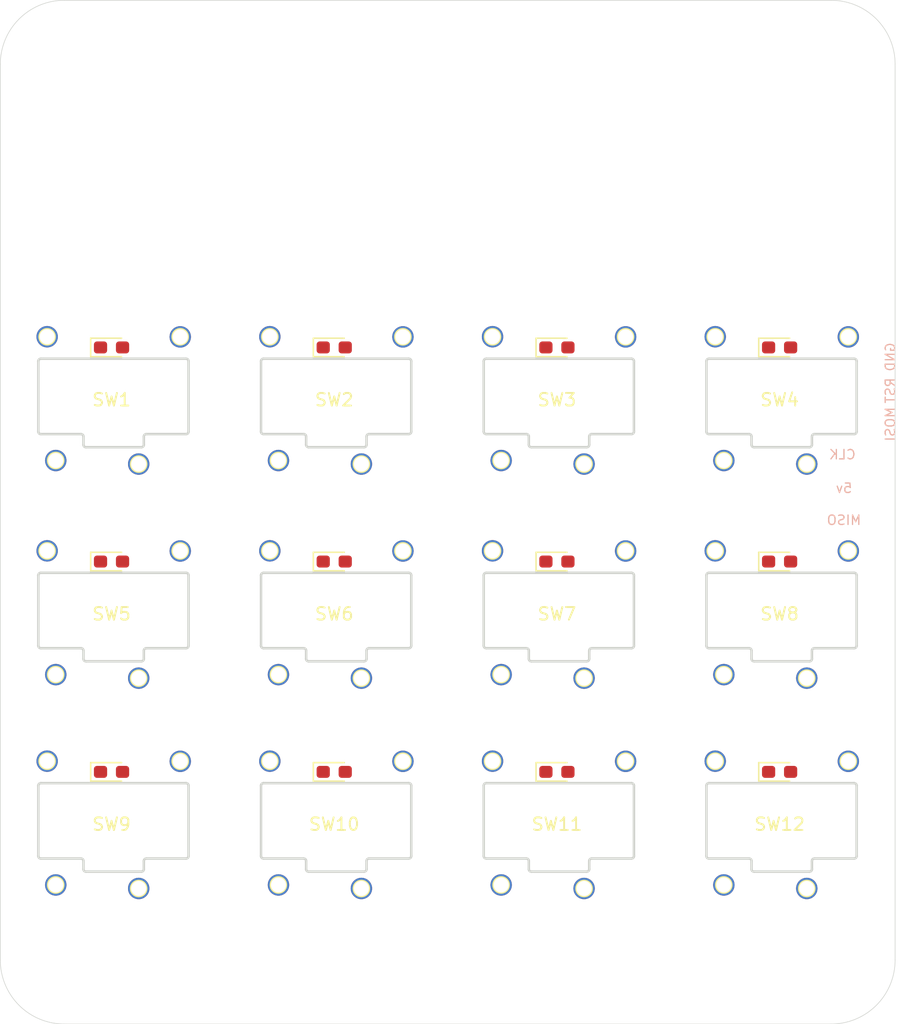
<source format=kicad_pcb>
(kicad_pcb (version 20171130) (host pcbnew "(5.1.7)-1")

  (general
    (thickness 1.6)
    (drawings 14)
    (tracks 0)
    (zones 0)
    (modules 12)
    (nets 30)
  )

  (page A4)
  (layers
    (0 F.Cu signal)
    (31 B.Cu signal)
    (32 B.Adhes user)
    (33 F.Adhes user)
    (34 B.Paste user)
    (35 F.Paste user)
    (36 B.SilkS user)
    (37 F.SilkS user)
    (38 B.Mask user)
    (39 F.Mask user)
    (40 Dwgs.User user)
    (41 Cmts.User user)
    (42 Eco1.User user)
    (43 Eco2.User user)
    (44 Edge.Cuts user)
    (45 Margin user)
    (46 B.CrtYd user)
    (47 F.CrtYd user)
    (48 B.Fab user)
    (49 F.Fab user)
  )

  (setup
    (last_trace_width 0.25)
    (trace_clearance 0.2)
    (zone_clearance 0.508)
    (zone_45_only no)
    (trace_min 0.2)
    (via_size 0.8)
    (via_drill 0.4)
    (via_min_size 0.4)
    (via_min_drill 0.3)
    (uvia_size 0.3)
    (uvia_drill 0.1)
    (uvias_allowed no)
    (uvia_min_size 0.2)
    (uvia_min_drill 0.1)
    (edge_width 0.05)
    (segment_width 0.2)
    (pcb_text_width 0.3)
    (pcb_text_size 1.5 1.5)
    (mod_edge_width 0.12)
    (mod_text_size 1 1)
    (mod_text_width 0.15)
    (pad_size 1.524 1.524)
    (pad_drill 0.762)
    (pad_to_mask_clearance 0)
    (aux_axis_origin 0 0)
    (grid_origin 220.345 69.215)
    (visible_elements 7FFFFFFF)
    (pcbplotparams
      (layerselection 0x010fc_ffffffff)
      (usegerberextensions false)
      (usegerberattributes true)
      (usegerberadvancedattributes true)
      (creategerberjobfile true)
      (excludeedgelayer true)
      (linewidth 0.100000)
      (plotframeref false)
      (viasonmask false)
      (mode 1)
      (useauxorigin false)
      (hpglpennumber 1)
      (hpglpenspeed 20)
      (hpglpendiameter 15.000000)
      (psnegative false)
      (psa4output false)
      (plotreference true)
      (plotvalue true)
      (plotinvisibletext false)
      (padsonsilk false)
      (subtractmaskfromsilk false)
      (outputformat 1)
      (mirror false)
      (drillshape 0)
      (scaleselection 1)
      (outputdirectory "gerber4/"))
  )

  (net 0 "")
  (net 1 GND)
  (net 2 "Net-(D1-Pad2)")
  (net 3 "Net-(D2-Pad2)")
  (net 4 "Net-(D3-Pad2)")
  (net 5 "Net-(D4-Pad2)")
  (net 6 "Net-(D5-Pad2)")
  (net 7 "Net-(D6-Pad2)")
  (net 8 "Net-(D7-Pad2)")
  (net 9 "Net-(D8-Pad2)")
  (net 10 "Net-(D9-Pad2)")
  (net 11 "Net-(D10-Pad2)")
  (net 12 "Net-(D11-Pad2)")
  (net 13 "Net-(D12-Pad2)")
  (net 14 COL0)
  (net 15 COL1)
  (net 16 COL2)
  (net 17 COL3)
  (net 18 "Net-(R1-Pad2)")
  (net 19 "Net-(R2-Pad2)")
  (net 20 "Net-(R3-Pad2)")
  (net 21 "Net-(R4-Pad2)")
  (net 22 "Net-(R5-Pad2)")
  (net 23 "Net-(R6-Pad2)")
  (net 24 "Net-(R7-Pad2)")
  (net 25 "Net-(R8-Pad2)")
  (net 26 "Net-(R9-Pad2)")
  (net 27 "Net-(R10-Pad2)")
  (net 28 "Net-(R11-Pad2)")
  (net 29 "Net-(R12-Pad2)")

  (net_class Default "This is the default net class."
    (clearance 0.2)
    (trace_width 0.25)
    (via_dia 0.8)
    (via_drill 0.4)
    (uvia_dia 0.3)
    (uvia_drill 0.1)
    (add_net COL0)
    (add_net COL1)
    (add_net COL2)
    (add_net COL3)
    (add_net GND)
    (add_net "Net-(D1-Pad2)")
    (add_net "Net-(D10-Pad2)")
    (add_net "Net-(D11-Pad2)")
    (add_net "Net-(D12-Pad2)")
    (add_net "Net-(D2-Pad2)")
    (add_net "Net-(D3-Pad2)")
    (add_net "Net-(D4-Pad2)")
    (add_net "Net-(D5-Pad2)")
    (add_net "Net-(D6-Pad2)")
    (add_net "Net-(D7-Pad2)")
    (add_net "Net-(D8-Pad2)")
    (add_net "Net-(D9-Pad2)")
    (add_net "Net-(R1-Pad2)")
    (add_net "Net-(R10-Pad2)")
    (add_net "Net-(R11-Pad2)")
    (add_net "Net-(R12-Pad2)")
    (add_net "Net-(R2-Pad2)")
    (add_net "Net-(R3-Pad2)")
    (add_net "Net-(R4-Pad2)")
    (add_net "Net-(R5-Pad2)")
    (add_net "Net-(R6-Pad2)")
    (add_net "Net-(R7-Pad2)")
    (add_net "Net-(R8-Pad2)")
    (add_net "Net-(R9-Pad2)")
  )

  (module kailh-keys:KailhLP (layer F.Cu) (tedit 606D95C1) (tstamp 606D74DC)
    (at 175.845 67.415)
    (path /6067645A)
    (fp_text reference SW1 (at 0 0.5) (layer F.SilkS)
      (effects (font (size 1 1) (thickness 0.15)))
    )
    (fp_text value But1 (at 0 -0.5) (layer F.Fab)
      (effects (font (size 1 1) (thickness 0.15)))
    )
    (fp_line (start -5.617941 3.221903) (end -2.432 3.221903) (layer Edge.Cuts) (width 0.2))
    (fp_circle (center -5.118582 -4.5024) (end -4.518582 -4.5024) (layer F.SilkS) (width 0.2))
    (fp_circle (center 5.456664 -4.5024) (end 6.056664 -4.5024) (layer F.SilkS) (width 0.2))
    (fp_line (start -2.232 3.421903) (end -2.232 4.064) (layer Edge.Cuts) (width 0.2))
    (fp_line (start -5.617941 -2.761768) (end 5.921518 -2.761768) (layer Edge.Cuts) (width 0.2))
    (fp_line (start 6.121518 3.021903) (end 6.121518 -2.561768) (layer Edge.Cuts) (width 0.2))
    (fp_line (start -5.817941 3.021903) (end -5.817941 -2.561768) (layer Edge.Cuts) (width 0.2))
    (fp_circle (center 2.157764 5.605115) (end 2.757764 5.605115) (layer F.SilkS) (width 0.2))
    (fp_line (start 2.56831 3.421903) (end 2.56831 4.064) (layer Edge.Cuts) (width 0.2))
    (fp_line (start -2.032 4.264) (end 2.36831 4.264) (layer Edge.Cuts) (width 0.2))
    (fp_circle (center -4.43741 5.320344) (end -3.83741 5.320344) (layer F.SilkS) (width 0.2))
    (fp_line (start 2.76831 3.221903) (end 5.921518 3.221903) (layer Edge.Cuts) (width 0.2))
    (fp_line (start 1.65 -2.9276) (end -1.65 -2.9276) (layer F.CrtYd) (width 0.05))
    (fp_line (start 0.8 -3.2576) (end 0.8 -4.0576) (layer F.Fab) (width 0.1))
    (fp_line (start -1.66 -2.9226) (end 0.8 -2.9226) (layer F.SilkS) (width 0.12))
    (fp_line (start -0.8 -3.7576) (end -0.8 -3.2576) (layer F.Fab) (width 0.1))
    (fp_line (start 0.8 -4.0576) (end -0.5 -4.0576) (layer F.Fab) (width 0.1))
    (fp_line (start -1.65 -4.3876) (end 1.65 -4.3876) (layer F.CrtYd) (width 0.05))
    (fp_line (start 0.8 -4.3926) (end -1.66 -4.3926) (layer F.SilkS) (width 0.12))
    (fp_line (start 1.65 -4.3876) (end 1.65 -2.9276) (layer F.CrtYd) (width 0.05))
    (fp_line (start -0.8 -3.2576) (end 0.8 -3.2576) (layer F.Fab) (width 0.1))
    (fp_line (start -1.66 -4.3926) (end -1.66 -2.9226) (layer F.SilkS) (width 0.12))
    (fp_line (start -0.5 -4.0576) (end -0.8 -3.7576) (layer F.Fab) (width 0.1))
    (fp_text user %R (at 0 -3.6576) (layer F.Fab)
      (effects (font (size 0.4 0.4) (thickness 0.06)))
    )
    (fp_arc (start 2.76831 3.421903) (end 2.76831 3.221903) (angle -90) (layer Edge.Cuts) (width 0.2))
    (fp_arc (start 2.36831 4.064) (end 2.36831 4.264) (angle -90) (layer Edge.Cuts) (width 0.2))
    (fp_arc (start -5.617941 -2.561768) (end -5.617941 -2.761768) (angle -90) (layer Edge.Cuts) (width 0.2))
    (fp_arc (start 5.921518 3.021903) (end 5.921518 3.221903) (angle -90) (layer Edge.Cuts) (width 0.2))
    (fp_arc (start -5.617941 3.021903) (end -5.817941 3.021903) (angle -90) (layer Edge.Cuts) (width 0.2))
    (fp_arc (start 5.921518 -2.561768) (end 6.121518 -2.561768) (angle -90) (layer Edge.Cuts) (width 0.2))
    (fp_arc (start -2.432 3.421903) (end -2.232 3.421903) (angle -90) (layer Edge.Cuts) (width 0.2))
    (fp_arc (start -2.032 4.064) (end -2.232 4.064) (angle -90) (layer Edge.Cuts) (width 0.2))
    (pad 6 smd roundrect (at -0.875 -3.6576) (size 1.05 0.95) (layers F.Cu F.Paste F.Mask) (roundrect_rratio 0.25)
      (net 1 GND))
    (pad 5 smd roundrect (at 0.875 -3.6576) (size 1.05 0.95) (layers F.Cu F.Paste F.Mask) (roundrect_rratio 0.25)
      (net 18 "Net-(R1-Pad2)"))
    (pad 2 thru_hole circle (at 2.159 5.6007) (size 1.7 1.7) (drill 1.2) (layers *.Cu *.Mask)
      (net 14 COL0))
    (pad 1 thru_hole circle (at -4.4323 5.3213) (size 1.7 1.7) (drill 1.2) (layers *.Cu *.Mask)
      (net 2 "Net-(D1-Pad2)"))
    (pad 3 thru_hole circle (at 5.461 -4.4958) (size 1.7 1.7) (drill 1.2) (layers *.Cu *.Mask))
    (pad 3 thru_hole circle (at -5.1181 -4.5085) (size 1.7 1.7) (drill 1.2) (layers *.Cu *.Mask))
    (model "C:/Users/ccadic/CloudStation/kailh-lowprofile/Kailh ChocLP.STEP"
      (offset (xyz 0 0 3))
      (scale (xyz 1 1 1))
      (rotate (xyz 0 0 -90))
    )
    (model ${KIPRJMOD}/choc.STEP
      (offset (xyz 0 0 5.5))
      (scale (xyz 1 1 1))
      (rotate (xyz -90 0 0))
    )
  )

  (module kailh-keys:KailhLP (layer F.Cu) (tedit 606D95C1) (tstamp 606D700E)
    (at 193.545 67.415)
    (path /6069A2AB)
    (fp_text reference SW2 (at 0 0.5) (layer F.SilkS)
      (effects (font (size 1 1) (thickness 0.15)))
    )
    (fp_text value But5 (at 0 -0.5) (layer F.Fab)
      (effects (font (size 1 1) (thickness 0.15)))
    )
    (fp_line (start -5.617941 3.221903) (end -2.432 3.221903) (layer Edge.Cuts) (width 0.2))
    (fp_circle (center -5.118582 -4.5024) (end -4.518582 -4.5024) (layer F.SilkS) (width 0.2))
    (fp_circle (center 5.456664 -4.5024) (end 6.056664 -4.5024) (layer F.SilkS) (width 0.2))
    (fp_line (start -2.232 3.421903) (end -2.232 4.064) (layer Edge.Cuts) (width 0.2))
    (fp_line (start -5.617941 -2.761768) (end 5.921518 -2.761768) (layer Edge.Cuts) (width 0.2))
    (fp_line (start 6.121518 3.021903) (end 6.121518 -2.561768) (layer Edge.Cuts) (width 0.2))
    (fp_line (start -5.817941 3.021903) (end -5.817941 -2.561768) (layer Edge.Cuts) (width 0.2))
    (fp_circle (center 2.157764 5.605115) (end 2.757764 5.605115) (layer F.SilkS) (width 0.2))
    (fp_line (start 2.56831 3.421903) (end 2.56831 4.064) (layer Edge.Cuts) (width 0.2))
    (fp_line (start -2.032 4.264) (end 2.36831 4.264) (layer Edge.Cuts) (width 0.2))
    (fp_circle (center -4.43741 5.320344) (end -3.83741 5.320344) (layer F.SilkS) (width 0.2))
    (fp_line (start 2.76831 3.221903) (end 5.921518 3.221903) (layer Edge.Cuts) (width 0.2))
    (fp_line (start 1.65 -2.9276) (end -1.65 -2.9276) (layer F.CrtYd) (width 0.05))
    (fp_line (start 0.8 -3.2576) (end 0.8 -4.0576) (layer F.Fab) (width 0.1))
    (fp_line (start -1.66 -2.9226) (end 0.8 -2.9226) (layer F.SilkS) (width 0.12))
    (fp_line (start -0.8 -3.7576) (end -0.8 -3.2576) (layer F.Fab) (width 0.1))
    (fp_line (start 0.8 -4.0576) (end -0.5 -4.0576) (layer F.Fab) (width 0.1))
    (fp_line (start -1.65 -4.3876) (end 1.65 -4.3876) (layer F.CrtYd) (width 0.05))
    (fp_line (start 0.8 -4.3926) (end -1.66 -4.3926) (layer F.SilkS) (width 0.12))
    (fp_line (start 1.65 -4.3876) (end 1.65 -2.9276) (layer F.CrtYd) (width 0.05))
    (fp_line (start -0.8 -3.2576) (end 0.8 -3.2576) (layer F.Fab) (width 0.1))
    (fp_line (start -1.66 -4.3926) (end -1.66 -2.9226) (layer F.SilkS) (width 0.12))
    (fp_line (start -0.5 -4.0576) (end -0.8 -3.7576) (layer F.Fab) (width 0.1))
    (fp_text user %R (at 0 -3.6576) (layer F.Fab)
      (effects (font (size 0.4 0.4) (thickness 0.06)))
    )
    (fp_arc (start 2.76831 3.421903) (end 2.76831 3.221903) (angle -90) (layer Edge.Cuts) (width 0.2))
    (fp_arc (start 2.36831 4.064) (end 2.36831 4.264) (angle -90) (layer Edge.Cuts) (width 0.2))
    (fp_arc (start -5.617941 -2.561768) (end -5.617941 -2.761768) (angle -90) (layer Edge.Cuts) (width 0.2))
    (fp_arc (start 5.921518 3.021903) (end 5.921518 3.221903) (angle -90) (layer Edge.Cuts) (width 0.2))
    (fp_arc (start -5.617941 3.021903) (end -5.817941 3.021903) (angle -90) (layer Edge.Cuts) (width 0.2))
    (fp_arc (start 5.921518 -2.561768) (end 6.121518 -2.561768) (angle -90) (layer Edge.Cuts) (width 0.2))
    (fp_arc (start -2.432 3.421903) (end -2.232 3.421903) (angle -90) (layer Edge.Cuts) (width 0.2))
    (fp_arc (start -2.032 4.064) (end -2.232 4.064) (angle -90) (layer Edge.Cuts) (width 0.2))
    (pad 6 smd roundrect (at -0.875 -3.6576) (size 1.05 0.95) (layers F.Cu F.Paste F.Mask) (roundrect_rratio 0.25)
      (net 1 GND))
    (pad 5 smd roundrect (at 0.875 -3.6576) (size 1.05 0.95) (layers F.Cu F.Paste F.Mask) (roundrect_rratio 0.25)
      (net 19 "Net-(R2-Pad2)"))
    (pad 2 thru_hole circle (at 2.159 5.6007) (size 1.7 1.7) (drill 1.2) (layers *.Cu *.Mask)
      (net 14 COL0))
    (pad 1 thru_hole circle (at -4.4323 5.3213) (size 1.7 1.7) (drill 1.2) (layers *.Cu *.Mask)
      (net 3 "Net-(D2-Pad2)"))
    (pad 3 thru_hole circle (at 5.461 -4.4958) (size 1.7 1.7) (drill 1.2) (layers *.Cu *.Mask))
    (pad 3 thru_hole circle (at -5.1181 -4.5085) (size 1.7 1.7) (drill 1.2) (layers *.Cu *.Mask))
    (model "C:/Users/ccadic/CloudStation/kailh-lowprofile/Kailh ChocLP.STEP"
      (offset (xyz 0 0 3))
      (scale (xyz 1 1 1))
      (rotate (xyz 0 0 -90))
    )
    (model ${KIPRJMOD}/choc.STEP
      (offset (xyz 0 0 5.5))
      (scale (xyz 1 1 1))
      (rotate (xyz -90 0 0))
    )
  )

  (module kailh-keys:KailhLP (layer F.Cu) (tedit 606D95C1) (tstamp 606D7461)
    (at 211.245 67.415)
    (path /6069F8DC)
    (fp_text reference SW3 (at 0 0.5) (layer F.SilkS)
      (effects (font (size 1 1) (thickness 0.15)))
    )
    (fp_text value But9 (at 0 -0.5) (layer F.Fab)
      (effects (font (size 1 1) (thickness 0.15)))
    )
    (fp_line (start -5.617941 3.221903) (end -2.432 3.221903) (layer Edge.Cuts) (width 0.2))
    (fp_circle (center -5.118582 -4.5024) (end -4.518582 -4.5024) (layer F.SilkS) (width 0.2))
    (fp_circle (center 5.456664 -4.5024) (end 6.056664 -4.5024) (layer F.SilkS) (width 0.2))
    (fp_line (start -2.232 3.421903) (end -2.232 4.064) (layer Edge.Cuts) (width 0.2))
    (fp_line (start -5.617941 -2.761768) (end 5.921518 -2.761768) (layer Edge.Cuts) (width 0.2))
    (fp_line (start 6.121518 3.021903) (end 6.121518 -2.561768) (layer Edge.Cuts) (width 0.2))
    (fp_line (start -5.817941 3.021903) (end -5.817941 -2.561768) (layer Edge.Cuts) (width 0.2))
    (fp_circle (center 2.157764 5.605115) (end 2.757764 5.605115) (layer F.SilkS) (width 0.2))
    (fp_line (start 2.56831 3.421903) (end 2.56831 4.064) (layer Edge.Cuts) (width 0.2))
    (fp_line (start -2.032 4.264) (end 2.36831 4.264) (layer Edge.Cuts) (width 0.2))
    (fp_circle (center -4.43741 5.320344) (end -3.83741 5.320344) (layer F.SilkS) (width 0.2))
    (fp_line (start 2.76831 3.221903) (end 5.921518 3.221903) (layer Edge.Cuts) (width 0.2))
    (fp_line (start 1.65 -2.9276) (end -1.65 -2.9276) (layer F.CrtYd) (width 0.05))
    (fp_line (start 0.8 -3.2576) (end 0.8 -4.0576) (layer F.Fab) (width 0.1))
    (fp_line (start -1.66 -2.9226) (end 0.8 -2.9226) (layer F.SilkS) (width 0.12))
    (fp_line (start -0.8 -3.7576) (end -0.8 -3.2576) (layer F.Fab) (width 0.1))
    (fp_line (start 0.8 -4.0576) (end -0.5 -4.0576) (layer F.Fab) (width 0.1))
    (fp_line (start -1.65 -4.3876) (end 1.65 -4.3876) (layer F.CrtYd) (width 0.05))
    (fp_line (start 0.8 -4.3926) (end -1.66 -4.3926) (layer F.SilkS) (width 0.12))
    (fp_line (start 1.65 -4.3876) (end 1.65 -2.9276) (layer F.CrtYd) (width 0.05))
    (fp_line (start -0.8 -3.2576) (end 0.8 -3.2576) (layer F.Fab) (width 0.1))
    (fp_line (start -1.66 -4.3926) (end -1.66 -2.9226) (layer F.SilkS) (width 0.12))
    (fp_line (start -0.5 -4.0576) (end -0.8 -3.7576) (layer F.Fab) (width 0.1))
    (fp_text user %R (at 0 -3.6576) (layer F.Fab)
      (effects (font (size 0.4 0.4) (thickness 0.06)))
    )
    (fp_arc (start 2.76831 3.421903) (end 2.76831 3.221903) (angle -90) (layer Edge.Cuts) (width 0.2))
    (fp_arc (start 2.36831 4.064) (end 2.36831 4.264) (angle -90) (layer Edge.Cuts) (width 0.2))
    (fp_arc (start -5.617941 -2.561768) (end -5.617941 -2.761768) (angle -90) (layer Edge.Cuts) (width 0.2))
    (fp_arc (start 5.921518 3.021903) (end 5.921518 3.221903) (angle -90) (layer Edge.Cuts) (width 0.2))
    (fp_arc (start -5.617941 3.021903) (end -5.817941 3.021903) (angle -90) (layer Edge.Cuts) (width 0.2))
    (fp_arc (start 5.921518 -2.561768) (end 6.121518 -2.561768) (angle -90) (layer Edge.Cuts) (width 0.2))
    (fp_arc (start -2.432 3.421903) (end -2.232 3.421903) (angle -90) (layer Edge.Cuts) (width 0.2))
    (fp_arc (start -2.032 4.064) (end -2.232 4.064) (angle -90) (layer Edge.Cuts) (width 0.2))
    (pad 6 smd roundrect (at -0.875 -3.6576) (size 1.05 0.95) (layers F.Cu F.Paste F.Mask) (roundrect_rratio 0.25)
      (net 1 GND))
    (pad 5 smd roundrect (at 0.875 -3.6576) (size 1.05 0.95) (layers F.Cu F.Paste F.Mask) (roundrect_rratio 0.25)
      (net 20 "Net-(R3-Pad2)"))
    (pad 2 thru_hole circle (at 2.159 5.6007) (size 1.7 1.7) (drill 1.2) (layers *.Cu *.Mask)
      (net 14 COL0))
    (pad 1 thru_hole circle (at -4.4323 5.3213) (size 1.7 1.7) (drill 1.2) (layers *.Cu *.Mask)
      (net 4 "Net-(D3-Pad2)"))
    (pad 3 thru_hole circle (at 5.461 -4.4958) (size 1.7 1.7) (drill 1.2) (layers *.Cu *.Mask))
    (pad 3 thru_hole circle (at -5.1181 -4.5085) (size 1.7 1.7) (drill 1.2) (layers *.Cu *.Mask))
    (model "C:/Users/ccadic/CloudStation/kailh-lowprofile/Kailh ChocLP.STEP"
      (offset (xyz 0 0 3))
      (scale (xyz 1 1 1))
      (rotate (xyz 0 0 -90))
    )
  )

  (module kailh-keys:KailhLP (layer F.Cu) (tedit 606D95C1) (tstamp 606D736B)
    (at 228.945 67.415)
    (path /60696988)
    (fp_text reference SW4 (at 0 0.5) (layer F.SilkS)
      (effects (font (size 1 1) (thickness 0.15)))
    )
    (fp_text value But2 (at 0 -0.5) (layer F.Fab)
      (effects (font (size 1 1) (thickness 0.15)))
    )
    (fp_line (start -5.617941 3.221903) (end -2.432 3.221903) (layer Edge.Cuts) (width 0.2))
    (fp_circle (center -5.118582 -4.5024) (end -4.518582 -4.5024) (layer F.SilkS) (width 0.2))
    (fp_circle (center 5.456664 -4.5024) (end 6.056664 -4.5024) (layer F.SilkS) (width 0.2))
    (fp_line (start -2.232 3.421903) (end -2.232 4.064) (layer Edge.Cuts) (width 0.2))
    (fp_line (start -5.617941 -2.761768) (end 5.921518 -2.761768) (layer Edge.Cuts) (width 0.2))
    (fp_line (start 6.121518 3.021903) (end 6.121518 -2.561768) (layer Edge.Cuts) (width 0.2))
    (fp_line (start -5.817941 3.021903) (end -5.817941 -2.561768) (layer Edge.Cuts) (width 0.2))
    (fp_circle (center 2.157764 5.605115) (end 2.757764 5.605115) (layer F.SilkS) (width 0.2))
    (fp_line (start 2.56831 3.421903) (end 2.56831 4.064) (layer Edge.Cuts) (width 0.2))
    (fp_line (start -2.032 4.264) (end 2.36831 4.264) (layer Edge.Cuts) (width 0.2))
    (fp_circle (center -4.43741 5.320344) (end -3.83741 5.320344) (layer F.SilkS) (width 0.2))
    (fp_line (start 2.76831 3.221903) (end 5.921518 3.221903) (layer Edge.Cuts) (width 0.2))
    (fp_line (start 1.65 -2.9276) (end -1.65 -2.9276) (layer F.CrtYd) (width 0.05))
    (fp_line (start 0.8 -3.2576) (end 0.8 -4.0576) (layer F.Fab) (width 0.1))
    (fp_line (start -1.66 -2.9226) (end 0.8 -2.9226) (layer F.SilkS) (width 0.12))
    (fp_line (start -0.8 -3.7576) (end -0.8 -3.2576) (layer F.Fab) (width 0.1))
    (fp_line (start 0.8 -4.0576) (end -0.5 -4.0576) (layer F.Fab) (width 0.1))
    (fp_line (start -1.65 -4.3876) (end 1.65 -4.3876) (layer F.CrtYd) (width 0.05))
    (fp_line (start 0.8 -4.3926) (end -1.66 -4.3926) (layer F.SilkS) (width 0.12))
    (fp_line (start 1.65 -4.3876) (end 1.65 -2.9276) (layer F.CrtYd) (width 0.05))
    (fp_line (start -0.8 -3.2576) (end 0.8 -3.2576) (layer F.Fab) (width 0.1))
    (fp_line (start -1.66 -4.3926) (end -1.66 -2.9226) (layer F.SilkS) (width 0.12))
    (fp_line (start -0.5 -4.0576) (end -0.8 -3.7576) (layer F.Fab) (width 0.1))
    (fp_text user %R (at 0 -3.6576) (layer F.Fab)
      (effects (font (size 0.4 0.4) (thickness 0.06)))
    )
    (fp_arc (start 2.76831 3.421903) (end 2.76831 3.221903) (angle -90) (layer Edge.Cuts) (width 0.2))
    (fp_arc (start 2.36831 4.064) (end 2.36831 4.264) (angle -90) (layer Edge.Cuts) (width 0.2))
    (fp_arc (start -5.617941 -2.561768) (end -5.617941 -2.761768) (angle -90) (layer Edge.Cuts) (width 0.2))
    (fp_arc (start 5.921518 3.021903) (end 5.921518 3.221903) (angle -90) (layer Edge.Cuts) (width 0.2))
    (fp_arc (start -5.617941 3.021903) (end -5.817941 3.021903) (angle -90) (layer Edge.Cuts) (width 0.2))
    (fp_arc (start 5.921518 -2.561768) (end 6.121518 -2.561768) (angle -90) (layer Edge.Cuts) (width 0.2))
    (fp_arc (start -2.432 3.421903) (end -2.232 3.421903) (angle -90) (layer Edge.Cuts) (width 0.2))
    (fp_arc (start -2.032 4.064) (end -2.232 4.064) (angle -90) (layer Edge.Cuts) (width 0.2))
    (pad 6 smd roundrect (at -0.875 -3.6576) (size 1.05 0.95) (layers F.Cu F.Paste F.Mask) (roundrect_rratio 0.25)
      (net 1 GND))
    (pad 5 smd roundrect (at 0.875 -3.6576) (size 1.05 0.95) (layers F.Cu F.Paste F.Mask) (roundrect_rratio 0.25)
      (net 21 "Net-(R4-Pad2)"))
    (pad 2 thru_hole circle (at 2.159 5.6007) (size 1.7 1.7) (drill 1.2) (layers *.Cu *.Mask)
      (net 15 COL1))
    (pad 1 thru_hole circle (at -4.4323 5.3213) (size 1.7 1.7) (drill 1.2) (layers *.Cu *.Mask)
      (net 5 "Net-(D4-Pad2)"))
    (pad 3 thru_hole circle (at 5.461 -4.4958) (size 1.7 1.7) (drill 1.2) (layers *.Cu *.Mask))
    (pad 3 thru_hole circle (at -5.1181 -4.5085) (size 1.7 1.7) (drill 1.2) (layers *.Cu *.Mask))
    (model "C:/Users/ccadic/CloudStation/kailh-lowprofile/Kailh ChocLP.STEP"
      (offset (xyz 0 0 3))
      (scale (xyz 1 1 1))
      (rotate (xyz 0 0 -90))
    )
  )

  (module kailh-keys:KailhLP (layer F.Cu) (tedit 606D95C1) (tstamp 606D71FA)
    (at 175.845 84.415)
    (path /6069A41F)
    (fp_text reference SW5 (at 0 0.5) (layer F.SilkS)
      (effects (font (size 1 1) (thickness 0.15)))
    )
    (fp_text value But6 (at 0 -0.5) (layer F.Fab)
      (effects (font (size 1 1) (thickness 0.15)))
    )
    (fp_line (start -5.617941 3.221903) (end -2.432 3.221903) (layer Edge.Cuts) (width 0.2))
    (fp_circle (center -5.118582 -4.5024) (end -4.518582 -4.5024) (layer F.SilkS) (width 0.2))
    (fp_circle (center 5.456664 -4.5024) (end 6.056664 -4.5024) (layer F.SilkS) (width 0.2))
    (fp_line (start -2.232 3.421903) (end -2.232 4.064) (layer Edge.Cuts) (width 0.2))
    (fp_line (start -5.617941 -2.761768) (end 5.921518 -2.761768) (layer Edge.Cuts) (width 0.2))
    (fp_line (start 6.121518 3.021903) (end 6.121518 -2.561768) (layer Edge.Cuts) (width 0.2))
    (fp_line (start -5.817941 3.021903) (end -5.817941 -2.561768) (layer Edge.Cuts) (width 0.2))
    (fp_circle (center 2.157764 5.605115) (end 2.757764 5.605115) (layer F.SilkS) (width 0.2))
    (fp_line (start 2.56831 3.421903) (end 2.56831 4.064) (layer Edge.Cuts) (width 0.2))
    (fp_line (start -2.032 4.264) (end 2.36831 4.264) (layer Edge.Cuts) (width 0.2))
    (fp_circle (center -4.43741 5.320344) (end -3.83741 5.320344) (layer F.SilkS) (width 0.2))
    (fp_line (start 2.76831 3.221903) (end 5.921518 3.221903) (layer Edge.Cuts) (width 0.2))
    (fp_line (start 1.65 -2.9276) (end -1.65 -2.9276) (layer F.CrtYd) (width 0.05))
    (fp_line (start 0.8 -3.2576) (end 0.8 -4.0576) (layer F.Fab) (width 0.1))
    (fp_line (start -1.66 -2.9226) (end 0.8 -2.9226) (layer F.SilkS) (width 0.12))
    (fp_line (start -0.8 -3.7576) (end -0.8 -3.2576) (layer F.Fab) (width 0.1))
    (fp_line (start 0.8 -4.0576) (end -0.5 -4.0576) (layer F.Fab) (width 0.1))
    (fp_line (start -1.65 -4.3876) (end 1.65 -4.3876) (layer F.CrtYd) (width 0.05))
    (fp_line (start 0.8 -4.3926) (end -1.66 -4.3926) (layer F.SilkS) (width 0.12))
    (fp_line (start 1.65 -4.3876) (end 1.65 -2.9276) (layer F.CrtYd) (width 0.05))
    (fp_line (start -0.8 -3.2576) (end 0.8 -3.2576) (layer F.Fab) (width 0.1))
    (fp_line (start -1.66 -4.3926) (end -1.66 -2.9226) (layer F.SilkS) (width 0.12))
    (fp_line (start -0.5 -4.0576) (end -0.8 -3.7576) (layer F.Fab) (width 0.1))
    (fp_text user %R (at 0 -3.6576) (layer F.Fab)
      (effects (font (size 0.4 0.4) (thickness 0.06)))
    )
    (fp_arc (start 2.76831 3.421903) (end 2.76831 3.221903) (angle -90) (layer Edge.Cuts) (width 0.2))
    (fp_arc (start 2.36831 4.064) (end 2.36831 4.264) (angle -90) (layer Edge.Cuts) (width 0.2))
    (fp_arc (start -5.617941 -2.561768) (end -5.617941 -2.761768) (angle -90) (layer Edge.Cuts) (width 0.2))
    (fp_arc (start 5.921518 3.021903) (end 5.921518 3.221903) (angle -90) (layer Edge.Cuts) (width 0.2))
    (fp_arc (start -5.617941 3.021903) (end -5.817941 3.021903) (angle -90) (layer Edge.Cuts) (width 0.2))
    (fp_arc (start 5.921518 -2.561768) (end 6.121518 -2.561768) (angle -90) (layer Edge.Cuts) (width 0.2))
    (fp_arc (start -2.432 3.421903) (end -2.232 3.421903) (angle -90) (layer Edge.Cuts) (width 0.2))
    (fp_arc (start -2.032 4.064) (end -2.232 4.064) (angle -90) (layer Edge.Cuts) (width 0.2))
    (pad 6 smd roundrect (at -0.875 -3.6576) (size 1.05 0.95) (layers F.Cu F.Paste F.Mask) (roundrect_rratio 0.25)
      (net 1 GND))
    (pad 5 smd roundrect (at 0.875 -3.6576) (size 1.05 0.95) (layers F.Cu F.Paste F.Mask) (roundrect_rratio 0.25)
      (net 22 "Net-(R5-Pad2)"))
    (pad 2 thru_hole circle (at 2.159 5.6007) (size 1.7 1.7) (drill 1.2) (layers *.Cu *.Mask)
      (net 15 COL1))
    (pad 1 thru_hole circle (at -4.4323 5.3213) (size 1.7 1.7) (drill 1.2) (layers *.Cu *.Mask)
      (net 6 "Net-(D5-Pad2)"))
    (pad 3 thru_hole circle (at 5.461 -4.4958) (size 1.7 1.7) (drill 1.2) (layers *.Cu *.Mask))
    (pad 3 thru_hole circle (at -5.1181 -4.5085) (size 1.7 1.7) (drill 1.2) (layers *.Cu *.Mask))
    (model "C:/Users/ccadic/CloudStation/kailh-lowprofile/Kailh ChocLP.STEP"
      (offset (xyz 0 0 3))
      (scale (xyz 1 1 1))
      (rotate (xyz 0 0 -90))
    )
  )

  (module kailh-keys:KailhLP (layer F.Cu) (tedit 606D95C1) (tstamp 606D73E6)
    (at 193.545 84.415)
    (path /6069FB7D)
    (fp_text reference SW6 (at 0 0.5) (layer F.SilkS)
      (effects (font (size 1 1) (thickness 0.15)))
    )
    (fp_text value But10 (at 0 -0.5) (layer F.Fab)
      (effects (font (size 1 1) (thickness 0.15)))
    )
    (fp_line (start -5.617941 3.221903) (end -2.432 3.221903) (layer Edge.Cuts) (width 0.2))
    (fp_circle (center -5.118582 -4.5024) (end -4.518582 -4.5024) (layer F.SilkS) (width 0.2))
    (fp_circle (center 5.456664 -4.5024) (end 6.056664 -4.5024) (layer F.SilkS) (width 0.2))
    (fp_line (start -2.232 3.421903) (end -2.232 4.064) (layer Edge.Cuts) (width 0.2))
    (fp_line (start -5.617941 -2.761768) (end 5.921518 -2.761768) (layer Edge.Cuts) (width 0.2))
    (fp_line (start 6.121518 3.021903) (end 6.121518 -2.561768) (layer Edge.Cuts) (width 0.2))
    (fp_line (start -5.817941 3.021903) (end -5.817941 -2.561768) (layer Edge.Cuts) (width 0.2))
    (fp_circle (center 2.157764 5.605115) (end 2.757764 5.605115) (layer F.SilkS) (width 0.2))
    (fp_line (start 2.56831 3.421903) (end 2.56831 4.064) (layer Edge.Cuts) (width 0.2))
    (fp_line (start -2.032 4.264) (end 2.36831 4.264) (layer Edge.Cuts) (width 0.2))
    (fp_circle (center -4.43741 5.320344) (end -3.83741 5.320344) (layer F.SilkS) (width 0.2))
    (fp_line (start 2.76831 3.221903) (end 5.921518 3.221903) (layer Edge.Cuts) (width 0.2))
    (fp_line (start 1.65 -2.9276) (end -1.65 -2.9276) (layer F.CrtYd) (width 0.05))
    (fp_line (start 0.8 -3.2576) (end 0.8 -4.0576) (layer F.Fab) (width 0.1))
    (fp_line (start -1.66 -2.9226) (end 0.8 -2.9226) (layer F.SilkS) (width 0.12))
    (fp_line (start -0.8 -3.7576) (end -0.8 -3.2576) (layer F.Fab) (width 0.1))
    (fp_line (start 0.8 -4.0576) (end -0.5 -4.0576) (layer F.Fab) (width 0.1))
    (fp_line (start -1.65 -4.3876) (end 1.65 -4.3876) (layer F.CrtYd) (width 0.05))
    (fp_line (start 0.8 -4.3926) (end -1.66 -4.3926) (layer F.SilkS) (width 0.12))
    (fp_line (start 1.65 -4.3876) (end 1.65 -2.9276) (layer F.CrtYd) (width 0.05))
    (fp_line (start -0.8 -3.2576) (end 0.8 -3.2576) (layer F.Fab) (width 0.1))
    (fp_line (start -1.66 -4.3926) (end -1.66 -2.9226) (layer F.SilkS) (width 0.12))
    (fp_line (start -0.5 -4.0576) (end -0.8 -3.7576) (layer F.Fab) (width 0.1))
    (fp_text user %R (at 0 -3.6576) (layer F.Fab)
      (effects (font (size 0.4 0.4) (thickness 0.06)))
    )
    (fp_arc (start 2.76831 3.421903) (end 2.76831 3.221903) (angle -90) (layer Edge.Cuts) (width 0.2))
    (fp_arc (start 2.36831 4.064) (end 2.36831 4.264) (angle -90) (layer Edge.Cuts) (width 0.2))
    (fp_arc (start -5.617941 -2.561768) (end -5.617941 -2.761768) (angle -90) (layer Edge.Cuts) (width 0.2))
    (fp_arc (start 5.921518 3.021903) (end 5.921518 3.221903) (angle -90) (layer Edge.Cuts) (width 0.2))
    (fp_arc (start -5.617941 3.021903) (end -5.817941 3.021903) (angle -90) (layer Edge.Cuts) (width 0.2))
    (fp_arc (start 5.921518 -2.561768) (end 6.121518 -2.561768) (angle -90) (layer Edge.Cuts) (width 0.2))
    (fp_arc (start -2.432 3.421903) (end -2.232 3.421903) (angle -90) (layer Edge.Cuts) (width 0.2))
    (fp_arc (start -2.032 4.064) (end -2.232 4.064) (angle -90) (layer Edge.Cuts) (width 0.2))
    (pad 6 smd roundrect (at -0.875 -3.6576) (size 1.05 0.95) (layers F.Cu F.Paste F.Mask) (roundrect_rratio 0.25)
      (net 1 GND))
    (pad 5 smd roundrect (at 0.875 -3.6576) (size 1.05 0.95) (layers F.Cu F.Paste F.Mask) (roundrect_rratio 0.25)
      (net 23 "Net-(R6-Pad2)"))
    (pad 2 thru_hole circle (at 2.159 5.6007) (size 1.7 1.7) (drill 1.2) (layers *.Cu *.Mask)
      (net 15 COL1))
    (pad 1 thru_hole circle (at -4.4323 5.3213) (size 1.7 1.7) (drill 1.2) (layers *.Cu *.Mask)
      (net 7 "Net-(D6-Pad2)"))
    (pad 3 thru_hole circle (at 5.461 -4.4958) (size 1.7 1.7) (drill 1.2) (layers *.Cu *.Mask))
    (pad 3 thru_hole circle (at -5.1181 -4.5085) (size 1.7 1.7) (drill 1.2) (layers *.Cu *.Mask))
    (model "C:/Users/ccadic/CloudStation/kailh-lowprofile/Kailh ChocLP.STEP"
      (offset (xyz 0 0 3))
      (scale (xyz 1 1 1))
      (rotate (xyz 0 0 -90))
    )
  )

  (module kailh-keys:KailhLP (layer F.Cu) (tedit 606D95C1) (tstamp 606D72F0)
    (at 211.245 84.415)
    (path /60697D66)
    (fp_text reference SW7 (at 0 0.5) (layer F.SilkS)
      (effects (font (size 1 1) (thickness 0.15)))
    )
    (fp_text value But3 (at 0 -0.5) (layer F.Fab)
      (effects (font (size 1 1) (thickness 0.15)))
    )
    (fp_line (start -5.617941 3.221903) (end -2.432 3.221903) (layer Edge.Cuts) (width 0.2))
    (fp_circle (center -5.118582 -4.5024) (end -4.518582 -4.5024) (layer F.SilkS) (width 0.2))
    (fp_circle (center 5.456664 -4.5024) (end 6.056664 -4.5024) (layer F.SilkS) (width 0.2))
    (fp_line (start -2.232 3.421903) (end -2.232 4.064) (layer Edge.Cuts) (width 0.2))
    (fp_line (start -5.617941 -2.761768) (end 5.921518 -2.761768) (layer Edge.Cuts) (width 0.2))
    (fp_line (start 6.121518 3.021903) (end 6.121518 -2.561768) (layer Edge.Cuts) (width 0.2))
    (fp_line (start -5.817941 3.021903) (end -5.817941 -2.561768) (layer Edge.Cuts) (width 0.2))
    (fp_circle (center 2.157764 5.605115) (end 2.757764 5.605115) (layer F.SilkS) (width 0.2))
    (fp_line (start 2.56831 3.421903) (end 2.56831 4.064) (layer Edge.Cuts) (width 0.2))
    (fp_line (start -2.032 4.264) (end 2.36831 4.264) (layer Edge.Cuts) (width 0.2))
    (fp_circle (center -4.43741 5.320344) (end -3.83741 5.320344) (layer F.SilkS) (width 0.2))
    (fp_line (start 2.76831 3.221903) (end 5.921518 3.221903) (layer Edge.Cuts) (width 0.2))
    (fp_line (start 1.65 -2.9276) (end -1.65 -2.9276) (layer F.CrtYd) (width 0.05))
    (fp_line (start 0.8 -3.2576) (end 0.8 -4.0576) (layer F.Fab) (width 0.1))
    (fp_line (start -1.66 -2.9226) (end 0.8 -2.9226) (layer F.SilkS) (width 0.12))
    (fp_line (start -0.8 -3.7576) (end -0.8 -3.2576) (layer F.Fab) (width 0.1))
    (fp_line (start 0.8 -4.0576) (end -0.5 -4.0576) (layer F.Fab) (width 0.1))
    (fp_line (start -1.65 -4.3876) (end 1.65 -4.3876) (layer F.CrtYd) (width 0.05))
    (fp_line (start 0.8 -4.3926) (end -1.66 -4.3926) (layer F.SilkS) (width 0.12))
    (fp_line (start 1.65 -4.3876) (end 1.65 -2.9276) (layer F.CrtYd) (width 0.05))
    (fp_line (start -0.8 -3.2576) (end 0.8 -3.2576) (layer F.Fab) (width 0.1))
    (fp_line (start -1.66 -4.3926) (end -1.66 -2.9226) (layer F.SilkS) (width 0.12))
    (fp_line (start -0.5 -4.0576) (end -0.8 -3.7576) (layer F.Fab) (width 0.1))
    (fp_text user %R (at 0 -3.6576) (layer F.Fab)
      (effects (font (size 0.4 0.4) (thickness 0.06)))
    )
    (fp_arc (start 2.76831 3.421903) (end 2.76831 3.221903) (angle -90) (layer Edge.Cuts) (width 0.2))
    (fp_arc (start 2.36831 4.064) (end 2.36831 4.264) (angle -90) (layer Edge.Cuts) (width 0.2))
    (fp_arc (start -5.617941 -2.561768) (end -5.617941 -2.761768) (angle -90) (layer Edge.Cuts) (width 0.2))
    (fp_arc (start 5.921518 3.021903) (end 5.921518 3.221903) (angle -90) (layer Edge.Cuts) (width 0.2))
    (fp_arc (start -5.617941 3.021903) (end -5.817941 3.021903) (angle -90) (layer Edge.Cuts) (width 0.2))
    (fp_arc (start 5.921518 -2.561768) (end 6.121518 -2.561768) (angle -90) (layer Edge.Cuts) (width 0.2))
    (fp_arc (start -2.432 3.421903) (end -2.232 3.421903) (angle -90) (layer Edge.Cuts) (width 0.2))
    (fp_arc (start -2.032 4.064) (end -2.232 4.064) (angle -90) (layer Edge.Cuts) (width 0.2))
    (pad 6 smd roundrect (at -0.875 -3.6576) (size 1.05 0.95) (layers F.Cu F.Paste F.Mask) (roundrect_rratio 0.25)
      (net 1 GND))
    (pad 5 smd roundrect (at 0.875 -3.6576) (size 1.05 0.95) (layers F.Cu F.Paste F.Mask) (roundrect_rratio 0.25)
      (net 24 "Net-(R7-Pad2)"))
    (pad 2 thru_hole circle (at 2.159 5.6007) (size 1.7 1.7) (drill 1.2) (layers *.Cu *.Mask)
      (net 16 COL2))
    (pad 1 thru_hole circle (at -4.4323 5.3213) (size 1.7 1.7) (drill 1.2) (layers *.Cu *.Mask)
      (net 8 "Net-(D7-Pad2)"))
    (pad 3 thru_hole circle (at 5.461 -4.4958) (size 1.7 1.7) (drill 1.2) (layers *.Cu *.Mask))
    (pad 3 thru_hole circle (at -5.1181 -4.5085) (size 1.7 1.7) (drill 1.2) (layers *.Cu *.Mask))
    (model "C:/Users/ccadic/CloudStation/kailh-lowprofile/Kailh ChocLP.STEP"
      (offset (xyz 0 0 3))
      (scale (xyz 1 1 1))
      (rotate (xyz 0 0 -90))
    )
  )

  (module kailh-keys:KailhLP (layer F.Cu) (tedit 606D95C1) (tstamp 606D717F)
    (at 228.945 84.415)
    (path /6069A441)
    (fp_text reference SW8 (at 0 0.5) (layer F.SilkS)
      (effects (font (size 1 1) (thickness 0.15)))
    )
    (fp_text value But7 (at 0 -0.5) (layer F.Fab)
      (effects (font (size 1 1) (thickness 0.15)))
    )
    (fp_line (start -5.617941 3.221903) (end -2.432 3.221903) (layer Edge.Cuts) (width 0.2))
    (fp_circle (center -5.118582 -4.5024) (end -4.518582 -4.5024) (layer F.SilkS) (width 0.2))
    (fp_circle (center 5.456664 -4.5024) (end 6.056664 -4.5024) (layer F.SilkS) (width 0.2))
    (fp_line (start -2.232 3.421903) (end -2.232 4.064) (layer Edge.Cuts) (width 0.2))
    (fp_line (start -5.617941 -2.761768) (end 5.921518 -2.761768) (layer Edge.Cuts) (width 0.2))
    (fp_line (start 6.121518 3.021903) (end 6.121518 -2.561768) (layer Edge.Cuts) (width 0.2))
    (fp_line (start -5.817941 3.021903) (end -5.817941 -2.561768) (layer Edge.Cuts) (width 0.2))
    (fp_circle (center 2.157764 5.605115) (end 2.757764 5.605115) (layer F.SilkS) (width 0.2))
    (fp_line (start 2.56831 3.421903) (end 2.56831 4.064) (layer Edge.Cuts) (width 0.2))
    (fp_line (start -2.032 4.264) (end 2.36831 4.264) (layer Edge.Cuts) (width 0.2))
    (fp_circle (center -4.43741 5.320344) (end -3.83741 5.320344) (layer F.SilkS) (width 0.2))
    (fp_line (start 2.76831 3.221903) (end 5.921518 3.221903) (layer Edge.Cuts) (width 0.2))
    (fp_line (start 1.65 -2.9276) (end -1.65 -2.9276) (layer F.CrtYd) (width 0.05))
    (fp_line (start 0.8 -3.2576) (end 0.8 -4.0576) (layer F.Fab) (width 0.1))
    (fp_line (start -1.66 -2.9226) (end 0.8 -2.9226) (layer F.SilkS) (width 0.12))
    (fp_line (start -0.8 -3.7576) (end -0.8 -3.2576) (layer F.Fab) (width 0.1))
    (fp_line (start 0.8 -4.0576) (end -0.5 -4.0576) (layer F.Fab) (width 0.1))
    (fp_line (start -1.65 -4.3876) (end 1.65 -4.3876) (layer F.CrtYd) (width 0.05))
    (fp_line (start 0.8 -4.3926) (end -1.66 -4.3926) (layer F.SilkS) (width 0.12))
    (fp_line (start 1.65 -4.3876) (end 1.65 -2.9276) (layer F.CrtYd) (width 0.05))
    (fp_line (start -0.8 -3.2576) (end 0.8 -3.2576) (layer F.Fab) (width 0.1))
    (fp_line (start -1.66 -4.3926) (end -1.66 -2.9226) (layer F.SilkS) (width 0.12))
    (fp_line (start -0.5 -4.0576) (end -0.8 -3.7576) (layer F.Fab) (width 0.1))
    (fp_text user %R (at 0 -3.6576) (layer F.Fab)
      (effects (font (size 0.4 0.4) (thickness 0.06)))
    )
    (fp_arc (start 2.76831 3.421903) (end 2.76831 3.221903) (angle -90) (layer Edge.Cuts) (width 0.2))
    (fp_arc (start 2.36831 4.064) (end 2.36831 4.264) (angle -90) (layer Edge.Cuts) (width 0.2))
    (fp_arc (start -5.617941 -2.561768) (end -5.617941 -2.761768) (angle -90) (layer Edge.Cuts) (width 0.2))
    (fp_arc (start 5.921518 3.021903) (end 5.921518 3.221903) (angle -90) (layer Edge.Cuts) (width 0.2))
    (fp_arc (start -5.617941 3.021903) (end -5.817941 3.021903) (angle -90) (layer Edge.Cuts) (width 0.2))
    (fp_arc (start 5.921518 -2.561768) (end 6.121518 -2.561768) (angle -90) (layer Edge.Cuts) (width 0.2))
    (fp_arc (start -2.432 3.421903) (end -2.232 3.421903) (angle -90) (layer Edge.Cuts) (width 0.2))
    (fp_arc (start -2.032 4.064) (end -2.232 4.064) (angle -90) (layer Edge.Cuts) (width 0.2))
    (pad 6 smd roundrect (at -0.875 -3.6576) (size 1.05 0.95) (layers F.Cu F.Paste F.Mask) (roundrect_rratio 0.25)
      (net 1 GND))
    (pad 5 smd roundrect (at 0.875 -3.6576) (size 1.05 0.95) (layers F.Cu F.Paste F.Mask) (roundrect_rratio 0.25)
      (net 25 "Net-(R8-Pad2)"))
    (pad 2 thru_hole circle (at 2.159 5.6007) (size 1.7 1.7) (drill 1.2) (layers *.Cu *.Mask)
      (net 16 COL2))
    (pad 1 thru_hole circle (at -4.4323 5.3213) (size 1.7 1.7) (drill 1.2) (layers *.Cu *.Mask)
      (net 9 "Net-(D8-Pad2)"))
    (pad 3 thru_hole circle (at 5.461 -4.4958) (size 1.7 1.7) (drill 1.2) (layers *.Cu *.Mask))
    (pad 3 thru_hole circle (at -5.1181 -4.5085) (size 1.7 1.7) (drill 1.2) (layers *.Cu *.Mask))
    (model "C:/Users/ccadic/CloudStation/kailh-lowprofile/Kailh ChocLP.STEP"
      (offset (xyz 0 0 3))
      (scale (xyz 1 1 1))
      (rotate (xyz 0 0 -90))
    )
  )

  (module kailh-keys:KailhLP (layer F.Cu) (tedit 606D95C1) (tstamp 606D7104)
    (at 175.845 101.115)
    (path /6069FB9F)
    (fp_text reference SW9 (at 0 0.5) (layer F.SilkS)
      (effects (font (size 1 1) (thickness 0.15)))
    )
    (fp_text value But11 (at 0 -0.5) (layer F.Fab)
      (effects (font (size 1 1) (thickness 0.15)))
    )
    (fp_line (start -5.617941 3.221903) (end -2.432 3.221903) (layer Edge.Cuts) (width 0.2))
    (fp_circle (center -5.118582 -4.5024) (end -4.518582 -4.5024) (layer F.SilkS) (width 0.2))
    (fp_circle (center 5.456664 -4.5024) (end 6.056664 -4.5024) (layer F.SilkS) (width 0.2))
    (fp_line (start -2.232 3.421903) (end -2.232 4.064) (layer Edge.Cuts) (width 0.2))
    (fp_line (start -5.617941 -2.761768) (end 5.921518 -2.761768) (layer Edge.Cuts) (width 0.2))
    (fp_line (start 6.121518 3.021903) (end 6.121518 -2.561768) (layer Edge.Cuts) (width 0.2))
    (fp_line (start -5.817941 3.021903) (end -5.817941 -2.561768) (layer Edge.Cuts) (width 0.2))
    (fp_circle (center 2.157764 5.605115) (end 2.757764 5.605115) (layer F.SilkS) (width 0.2))
    (fp_line (start 2.56831 3.421903) (end 2.56831 4.064) (layer Edge.Cuts) (width 0.2))
    (fp_line (start -2.032 4.264) (end 2.36831 4.264) (layer Edge.Cuts) (width 0.2))
    (fp_circle (center -4.43741 5.320344) (end -3.83741 5.320344) (layer F.SilkS) (width 0.2))
    (fp_line (start 2.76831 3.221903) (end 5.921518 3.221903) (layer Edge.Cuts) (width 0.2))
    (fp_line (start 1.65 -2.9276) (end -1.65 -2.9276) (layer F.CrtYd) (width 0.05))
    (fp_line (start 0.8 -3.2576) (end 0.8 -4.0576) (layer F.Fab) (width 0.1))
    (fp_line (start -1.66 -2.9226) (end 0.8 -2.9226) (layer F.SilkS) (width 0.12))
    (fp_line (start -0.8 -3.7576) (end -0.8 -3.2576) (layer F.Fab) (width 0.1))
    (fp_line (start 0.8 -4.0576) (end -0.5 -4.0576) (layer F.Fab) (width 0.1))
    (fp_line (start -1.65 -4.3876) (end 1.65 -4.3876) (layer F.CrtYd) (width 0.05))
    (fp_line (start 0.8 -4.3926) (end -1.66 -4.3926) (layer F.SilkS) (width 0.12))
    (fp_line (start 1.65 -4.3876) (end 1.65 -2.9276) (layer F.CrtYd) (width 0.05))
    (fp_line (start -0.8 -3.2576) (end 0.8 -3.2576) (layer F.Fab) (width 0.1))
    (fp_line (start -1.66 -4.3926) (end -1.66 -2.9226) (layer F.SilkS) (width 0.12))
    (fp_line (start -0.5 -4.0576) (end -0.8 -3.7576) (layer F.Fab) (width 0.1))
    (fp_text user %R (at 0 -3.6576) (layer F.Fab)
      (effects (font (size 0.4 0.4) (thickness 0.06)))
    )
    (fp_arc (start 2.76831 3.421903) (end 2.76831 3.221903) (angle -90) (layer Edge.Cuts) (width 0.2))
    (fp_arc (start 2.36831 4.064) (end 2.36831 4.264) (angle -90) (layer Edge.Cuts) (width 0.2))
    (fp_arc (start -5.617941 -2.561768) (end -5.617941 -2.761768) (angle -90) (layer Edge.Cuts) (width 0.2))
    (fp_arc (start 5.921518 3.021903) (end 5.921518 3.221903) (angle -90) (layer Edge.Cuts) (width 0.2))
    (fp_arc (start -5.617941 3.021903) (end -5.817941 3.021903) (angle -90) (layer Edge.Cuts) (width 0.2))
    (fp_arc (start 5.921518 -2.561768) (end 6.121518 -2.561768) (angle -90) (layer Edge.Cuts) (width 0.2))
    (fp_arc (start -2.432 3.421903) (end -2.232 3.421903) (angle -90) (layer Edge.Cuts) (width 0.2))
    (fp_arc (start -2.032 4.064) (end -2.232 4.064) (angle -90) (layer Edge.Cuts) (width 0.2))
    (pad 6 smd roundrect (at -0.875 -3.6576) (size 1.05 0.95) (layers F.Cu F.Paste F.Mask) (roundrect_rratio 0.25)
      (net 1 GND))
    (pad 5 smd roundrect (at 0.875 -3.6576) (size 1.05 0.95) (layers F.Cu F.Paste F.Mask) (roundrect_rratio 0.25)
      (net 26 "Net-(R9-Pad2)"))
    (pad 2 thru_hole circle (at 2.159 5.6007) (size 1.7 1.7) (drill 1.2) (layers *.Cu *.Mask)
      (net 16 COL2))
    (pad 1 thru_hole circle (at -4.4323 5.3213) (size 1.7 1.7) (drill 1.2) (layers *.Cu *.Mask)
      (net 10 "Net-(D9-Pad2)"))
    (pad 3 thru_hole circle (at 5.461 -4.4958) (size 1.7 1.7) (drill 1.2) (layers *.Cu *.Mask))
    (pad 3 thru_hole circle (at -5.1181 -4.5085) (size 1.7 1.7) (drill 1.2) (layers *.Cu *.Mask))
    (model "C:/Users/ccadic/CloudStation/kailh-lowprofile/Kailh ChocLP.STEP"
      (offset (xyz 0 0 3))
      (scale (xyz 1 1 1))
      (rotate (xyz 0 0 -90))
    )
  )

  (module kailh-keys:KailhLP (layer F.Cu) (tedit 606D95C1) (tstamp 606D7275)
    (at 193.545 101.115)
    (path /60698C40)
    (fp_text reference SW10 (at 0 0.5) (layer F.SilkS)
      (effects (font (size 1 1) (thickness 0.15)))
    )
    (fp_text value But4 (at 0 -0.5) (layer F.Fab)
      (effects (font (size 1 1) (thickness 0.15)))
    )
    (fp_line (start -5.617941 3.221903) (end -2.432 3.221903) (layer Edge.Cuts) (width 0.2))
    (fp_circle (center -5.118582 -4.5024) (end -4.518582 -4.5024) (layer F.SilkS) (width 0.2))
    (fp_circle (center 5.456664 -4.5024) (end 6.056664 -4.5024) (layer F.SilkS) (width 0.2))
    (fp_line (start -2.232 3.421903) (end -2.232 4.064) (layer Edge.Cuts) (width 0.2))
    (fp_line (start -5.617941 -2.761768) (end 5.921518 -2.761768) (layer Edge.Cuts) (width 0.2))
    (fp_line (start 6.121518 3.021903) (end 6.121518 -2.561768) (layer Edge.Cuts) (width 0.2))
    (fp_line (start -5.817941 3.021903) (end -5.817941 -2.561768) (layer Edge.Cuts) (width 0.2))
    (fp_circle (center 2.157764 5.605115) (end 2.757764 5.605115) (layer F.SilkS) (width 0.2))
    (fp_line (start 2.56831 3.421903) (end 2.56831 4.064) (layer Edge.Cuts) (width 0.2))
    (fp_line (start -2.032 4.264) (end 2.36831 4.264) (layer Edge.Cuts) (width 0.2))
    (fp_circle (center -4.43741 5.320344) (end -3.83741 5.320344) (layer F.SilkS) (width 0.2))
    (fp_line (start 2.76831 3.221903) (end 5.921518 3.221903) (layer Edge.Cuts) (width 0.2))
    (fp_line (start 1.65 -2.9276) (end -1.65 -2.9276) (layer F.CrtYd) (width 0.05))
    (fp_line (start 0.8 -3.2576) (end 0.8 -4.0576) (layer F.Fab) (width 0.1))
    (fp_line (start -1.66 -2.9226) (end 0.8 -2.9226) (layer F.SilkS) (width 0.12))
    (fp_line (start -0.8 -3.7576) (end -0.8 -3.2576) (layer F.Fab) (width 0.1))
    (fp_line (start 0.8 -4.0576) (end -0.5 -4.0576) (layer F.Fab) (width 0.1))
    (fp_line (start -1.65 -4.3876) (end 1.65 -4.3876) (layer F.CrtYd) (width 0.05))
    (fp_line (start 0.8 -4.3926) (end -1.66 -4.3926) (layer F.SilkS) (width 0.12))
    (fp_line (start 1.65 -4.3876) (end 1.65 -2.9276) (layer F.CrtYd) (width 0.05))
    (fp_line (start -0.8 -3.2576) (end 0.8 -3.2576) (layer F.Fab) (width 0.1))
    (fp_line (start -1.66 -4.3926) (end -1.66 -2.9226) (layer F.SilkS) (width 0.12))
    (fp_line (start -0.5 -4.0576) (end -0.8 -3.7576) (layer F.Fab) (width 0.1))
    (fp_text user %R (at 0 -3.6576) (layer F.Fab)
      (effects (font (size 0.4 0.4) (thickness 0.06)))
    )
    (fp_arc (start 2.76831 3.421903) (end 2.76831 3.221903) (angle -90) (layer Edge.Cuts) (width 0.2))
    (fp_arc (start 2.36831 4.064) (end 2.36831 4.264) (angle -90) (layer Edge.Cuts) (width 0.2))
    (fp_arc (start -5.617941 -2.561768) (end -5.617941 -2.761768) (angle -90) (layer Edge.Cuts) (width 0.2))
    (fp_arc (start 5.921518 3.021903) (end 5.921518 3.221903) (angle -90) (layer Edge.Cuts) (width 0.2))
    (fp_arc (start -5.617941 3.021903) (end -5.817941 3.021903) (angle -90) (layer Edge.Cuts) (width 0.2))
    (fp_arc (start 5.921518 -2.561768) (end 6.121518 -2.561768) (angle -90) (layer Edge.Cuts) (width 0.2))
    (fp_arc (start -2.432 3.421903) (end -2.232 3.421903) (angle -90) (layer Edge.Cuts) (width 0.2))
    (fp_arc (start -2.032 4.064) (end -2.232 4.064) (angle -90) (layer Edge.Cuts) (width 0.2))
    (pad 6 smd roundrect (at -0.875 -3.6576) (size 1.05 0.95) (layers F.Cu F.Paste F.Mask) (roundrect_rratio 0.25)
      (net 1 GND))
    (pad 5 smd roundrect (at 0.875 -3.6576) (size 1.05 0.95) (layers F.Cu F.Paste F.Mask) (roundrect_rratio 0.25)
      (net 27 "Net-(R10-Pad2)"))
    (pad 2 thru_hole circle (at 2.159 5.6007) (size 1.7 1.7) (drill 1.2) (layers *.Cu *.Mask)
      (net 17 COL3))
    (pad 1 thru_hole circle (at -4.4323 5.3213) (size 1.7 1.7) (drill 1.2) (layers *.Cu *.Mask)
      (net 11 "Net-(D10-Pad2)"))
    (pad 3 thru_hole circle (at 5.461 -4.4958) (size 1.7 1.7) (drill 1.2) (layers *.Cu *.Mask))
    (pad 3 thru_hole circle (at -5.1181 -4.5085) (size 1.7 1.7) (drill 1.2) (layers *.Cu *.Mask))
    (model "C:/Users/ccadic/CloudStation/kailh-lowprofile/Kailh ChocLP.STEP"
      (offset (xyz 0 0 3))
      (scale (xyz 1 1 1))
      (rotate (xyz 0 0 -90))
    )
  )

  (module kailh-keys:KailhLP (layer F.Cu) (tedit 606D95C1) (tstamp 606D7089)
    (at 211.245 101.115)
    (path /6069A463)
    (fp_text reference SW11 (at 0 0.5) (layer F.SilkS)
      (effects (font (size 1 1) (thickness 0.15)))
    )
    (fp_text value But8 (at 0 -0.5) (layer F.Fab)
      (effects (font (size 1 1) (thickness 0.15)))
    )
    (fp_line (start -5.617941 3.221903) (end -2.432 3.221903) (layer Edge.Cuts) (width 0.2))
    (fp_circle (center -5.118582 -4.5024) (end -4.518582 -4.5024) (layer F.SilkS) (width 0.2))
    (fp_circle (center 5.456664 -4.5024) (end 6.056664 -4.5024) (layer F.SilkS) (width 0.2))
    (fp_line (start -2.232 3.421903) (end -2.232 4.064) (layer Edge.Cuts) (width 0.2))
    (fp_line (start -5.617941 -2.761768) (end 5.921518 -2.761768) (layer Edge.Cuts) (width 0.2))
    (fp_line (start 6.121518 3.021903) (end 6.121518 -2.561768) (layer Edge.Cuts) (width 0.2))
    (fp_line (start -5.817941 3.021903) (end -5.817941 -2.561768) (layer Edge.Cuts) (width 0.2))
    (fp_circle (center 2.157764 5.605115) (end 2.757764 5.605115) (layer F.SilkS) (width 0.2))
    (fp_line (start 2.56831 3.421903) (end 2.56831 4.064) (layer Edge.Cuts) (width 0.2))
    (fp_line (start -2.032 4.264) (end 2.36831 4.264) (layer Edge.Cuts) (width 0.2))
    (fp_circle (center -4.43741 5.320344) (end -3.83741 5.320344) (layer F.SilkS) (width 0.2))
    (fp_line (start 2.76831 3.221903) (end 5.921518 3.221903) (layer Edge.Cuts) (width 0.2))
    (fp_line (start 1.65 -2.9276) (end -1.65 -2.9276) (layer F.CrtYd) (width 0.05))
    (fp_line (start 0.8 -3.2576) (end 0.8 -4.0576) (layer F.Fab) (width 0.1))
    (fp_line (start -1.66 -2.9226) (end 0.8 -2.9226) (layer F.SilkS) (width 0.12))
    (fp_line (start -0.8 -3.7576) (end -0.8 -3.2576) (layer F.Fab) (width 0.1))
    (fp_line (start 0.8 -4.0576) (end -0.5 -4.0576) (layer F.Fab) (width 0.1))
    (fp_line (start -1.65 -4.3876) (end 1.65 -4.3876) (layer F.CrtYd) (width 0.05))
    (fp_line (start 0.8 -4.3926) (end -1.66 -4.3926) (layer F.SilkS) (width 0.12))
    (fp_line (start 1.65 -4.3876) (end 1.65 -2.9276) (layer F.CrtYd) (width 0.05))
    (fp_line (start -0.8 -3.2576) (end 0.8 -3.2576) (layer F.Fab) (width 0.1))
    (fp_line (start -1.66 -4.3926) (end -1.66 -2.9226) (layer F.SilkS) (width 0.12))
    (fp_line (start -0.5 -4.0576) (end -0.8 -3.7576) (layer F.Fab) (width 0.1))
    (fp_text user %R (at 0 -3.6576) (layer F.Fab)
      (effects (font (size 0.4 0.4) (thickness 0.06)))
    )
    (fp_arc (start 2.76831 3.421903) (end 2.76831 3.221903) (angle -90) (layer Edge.Cuts) (width 0.2))
    (fp_arc (start 2.36831 4.064) (end 2.36831 4.264) (angle -90) (layer Edge.Cuts) (width 0.2))
    (fp_arc (start -5.617941 -2.561768) (end -5.617941 -2.761768) (angle -90) (layer Edge.Cuts) (width 0.2))
    (fp_arc (start 5.921518 3.021903) (end 5.921518 3.221903) (angle -90) (layer Edge.Cuts) (width 0.2))
    (fp_arc (start -5.617941 3.021903) (end -5.817941 3.021903) (angle -90) (layer Edge.Cuts) (width 0.2))
    (fp_arc (start 5.921518 -2.561768) (end 6.121518 -2.561768) (angle -90) (layer Edge.Cuts) (width 0.2))
    (fp_arc (start -2.432 3.421903) (end -2.232 3.421903) (angle -90) (layer Edge.Cuts) (width 0.2))
    (fp_arc (start -2.032 4.064) (end -2.232 4.064) (angle -90) (layer Edge.Cuts) (width 0.2))
    (pad 6 smd roundrect (at -0.875 -3.6576) (size 1.05 0.95) (layers F.Cu F.Paste F.Mask) (roundrect_rratio 0.25)
      (net 1 GND))
    (pad 5 smd roundrect (at 0.875 -3.6576) (size 1.05 0.95) (layers F.Cu F.Paste F.Mask) (roundrect_rratio 0.25)
      (net 28 "Net-(R11-Pad2)"))
    (pad 2 thru_hole circle (at 2.159 5.6007) (size 1.7 1.7) (drill 1.2) (layers *.Cu *.Mask)
      (net 17 COL3))
    (pad 1 thru_hole circle (at -4.4323 5.3213) (size 1.7 1.7) (drill 1.2) (layers *.Cu *.Mask)
      (net 12 "Net-(D11-Pad2)"))
    (pad 3 thru_hole circle (at 5.461 -4.4958) (size 1.7 1.7) (drill 1.2) (layers *.Cu *.Mask))
    (pad 3 thru_hole circle (at -5.1181 -4.5085) (size 1.7 1.7) (drill 1.2) (layers *.Cu *.Mask))
    (model "C:/Users/ccadic/CloudStation/kailh-lowprofile/Kailh ChocLP.STEP"
      (offset (xyz 0 0 3))
      (scale (xyz 1 1 1))
      (rotate (xyz 0 0 -90))
    )
  )

  (module kailh-keys:KailhLP (layer F.Cu) (tedit 606D95C1) (tstamp 606D6F93)
    (at 228.945 101.115)
    (path /6069FBC1)
    (fp_text reference SW12 (at 0 0.5) (layer F.SilkS)
      (effects (font (size 1 1) (thickness 0.15)))
    )
    (fp_text value But12 (at 0 -0.5) (layer F.Fab)
      (effects (font (size 1 1) (thickness 0.15)))
    )
    (fp_line (start -5.617941 3.221903) (end -2.432 3.221903) (layer Edge.Cuts) (width 0.2))
    (fp_circle (center -5.118582 -4.5024) (end -4.518582 -4.5024) (layer F.SilkS) (width 0.2))
    (fp_circle (center 5.456664 -4.5024) (end 6.056664 -4.5024) (layer F.SilkS) (width 0.2))
    (fp_line (start -2.232 3.421903) (end -2.232 4.064) (layer Edge.Cuts) (width 0.2))
    (fp_line (start -5.617941 -2.761768) (end 5.921518 -2.761768) (layer Edge.Cuts) (width 0.2))
    (fp_line (start 6.121518 3.021903) (end 6.121518 -2.561768) (layer Edge.Cuts) (width 0.2))
    (fp_line (start -5.817941 3.021903) (end -5.817941 -2.561768) (layer Edge.Cuts) (width 0.2))
    (fp_circle (center 2.157764 5.605115) (end 2.757764 5.605115) (layer F.SilkS) (width 0.2))
    (fp_line (start 2.56831 3.421903) (end 2.56831 4.064) (layer Edge.Cuts) (width 0.2))
    (fp_line (start -2.032 4.264) (end 2.36831 4.264) (layer Edge.Cuts) (width 0.2))
    (fp_circle (center -4.43741 5.320344) (end -3.83741 5.320344) (layer F.SilkS) (width 0.2))
    (fp_line (start 2.76831 3.221903) (end 5.921518 3.221903) (layer Edge.Cuts) (width 0.2))
    (fp_line (start 1.65 -2.9276) (end -1.65 -2.9276) (layer F.CrtYd) (width 0.05))
    (fp_line (start 0.8 -3.2576) (end 0.8 -4.0576) (layer F.Fab) (width 0.1))
    (fp_line (start -1.66 -2.9226) (end 0.8 -2.9226) (layer F.SilkS) (width 0.12))
    (fp_line (start -0.8 -3.7576) (end -0.8 -3.2576) (layer F.Fab) (width 0.1))
    (fp_line (start 0.8 -4.0576) (end -0.5 -4.0576) (layer F.Fab) (width 0.1))
    (fp_line (start -1.65 -4.3876) (end 1.65 -4.3876) (layer F.CrtYd) (width 0.05))
    (fp_line (start 0.8 -4.3926) (end -1.66 -4.3926) (layer F.SilkS) (width 0.12))
    (fp_line (start 1.65 -4.3876) (end 1.65 -2.9276) (layer F.CrtYd) (width 0.05))
    (fp_line (start -0.8 -3.2576) (end 0.8 -3.2576) (layer F.Fab) (width 0.1))
    (fp_line (start -1.66 -4.3926) (end -1.66 -2.9226) (layer F.SilkS) (width 0.12))
    (fp_line (start -0.5 -4.0576) (end -0.8 -3.7576) (layer F.Fab) (width 0.1))
    (fp_text user %R (at 0 -3.6576) (layer F.Fab)
      (effects (font (size 0.4 0.4) (thickness 0.06)))
    )
    (fp_arc (start 2.76831 3.421903) (end 2.76831 3.221903) (angle -90) (layer Edge.Cuts) (width 0.2))
    (fp_arc (start 2.36831 4.064) (end 2.36831 4.264) (angle -90) (layer Edge.Cuts) (width 0.2))
    (fp_arc (start -5.617941 -2.561768) (end -5.617941 -2.761768) (angle -90) (layer Edge.Cuts) (width 0.2))
    (fp_arc (start 5.921518 3.021903) (end 5.921518 3.221903) (angle -90) (layer Edge.Cuts) (width 0.2))
    (fp_arc (start -5.617941 3.021903) (end -5.817941 3.021903) (angle -90) (layer Edge.Cuts) (width 0.2))
    (fp_arc (start 5.921518 -2.561768) (end 6.121518 -2.561768) (angle -90) (layer Edge.Cuts) (width 0.2))
    (fp_arc (start -2.432 3.421903) (end -2.232 3.421903) (angle -90) (layer Edge.Cuts) (width 0.2))
    (fp_arc (start -2.032 4.064) (end -2.232 4.064) (angle -90) (layer Edge.Cuts) (width 0.2))
    (pad 6 smd roundrect (at -0.875 -3.6576) (size 1.05 0.95) (layers F.Cu F.Paste F.Mask) (roundrect_rratio 0.25)
      (net 1 GND))
    (pad 5 smd roundrect (at 0.875 -3.6576) (size 1.05 0.95) (layers F.Cu F.Paste F.Mask) (roundrect_rratio 0.25)
      (net 29 "Net-(R12-Pad2)"))
    (pad 2 thru_hole circle (at 2.159 5.6007) (size 1.7 1.7) (drill 1.2) (layers *.Cu *.Mask)
      (net 17 COL3))
    (pad 1 thru_hole circle (at -4.4323 5.3213) (size 1.7 1.7) (drill 1.2) (layers *.Cu *.Mask)
      (net 13 "Net-(D12-Pad2)"))
    (pad 3 thru_hole circle (at 5.461 -4.4958) (size 1.7 1.7) (drill 1.2) (layers *.Cu *.Mask))
    (pad 3 thru_hole circle (at -5.1181 -4.5085) (size 1.7 1.7) (drill 1.2) (layers *.Cu *.Mask))
    (model "C:/Users/ccadic/CloudStation/kailh-lowprofile/Kailh ChocLP.STEP"
      (offset (xyz 0 0 3))
      (scale (xyz 1 1 1))
      (rotate (xyz 0 0 -90))
    )
  )

  (gr_arc (start 233.045 41.275) (end 238.125 41.275) (angle -90) (layer Edge.Cuts) (width 0.05))
  (gr_text GND (at 237.744 64.516 90) (layer B.SilkS) (tstamp 60785DD6)
    (effects (font (size 0.75 0.75) (thickness 0.1)) (justify mirror))
  )
  (gr_text RST (at 237.744 67.183 90) (layer B.SilkS) (tstamp 60785DD3)
    (effects (font (size 0.75 0.75) (thickness 0.1)) (justify mirror))
  )
  (gr_text MOSI (at 237.744 69.85 90) (layer B.SilkS) (tstamp 60785DD0)
    (effects (font (size 0.75 0.75) (thickness 0.1)) (justify mirror))
  )
  (gr_text CLK (at 233.934 72.263) (layer B.SilkS) (tstamp 60785DCD)
    (effects (font (size 0.75 0.75) (thickness 0.1)) (justify mirror))
  )
  (gr_text 5v (at 234.061 74.93) (layer B.SilkS) (tstamp 60785DCA)
    (effects (font (size 0.75 0.75) (thickness 0.1)) (justify mirror))
  )
  (gr_text MISO (at 234.061 77.47) (layer B.SilkS)
    (effects (font (size 0.75 0.75) (thickness 0.1)) (justify mirror))
  )
  (gr_line (start 172.085 117.475) (end 233.045 117.475) (layer Edge.Cuts) (width 0.05) (tstamp 6061702B))
  (gr_arc (start 172.085 112.395) (end 167.005 112.395) (angle -90) (layer Edge.Cuts) (width 0.05))
  (gr_arc (start 233.045 112.395) (end 233.045 117.475) (angle -90) (layer Edge.Cuts) (width 0.05))
  (gr_arc (start 172.085 41.275) (end 172.085 36.195) (angle -90) (layer Edge.Cuts) (width 0.05))
  (gr_line (start 233.045 36.195) (end 172.085 36.195) (layer Edge.Cuts) (width 0.05))
  (gr_line (start 238.125 112.395) (end 238.125 41.275) (layer Edge.Cuts) (width 0.05) (tstamp 606D638D))
  (gr_line (start 167.005 41.275) (end 167.005 112.395) (layer Edge.Cuts) (width 0.05))

)

</source>
